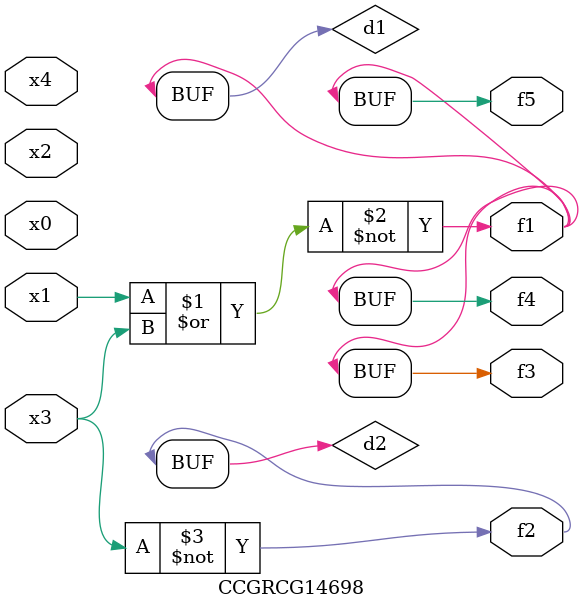
<source format=v>
module CCGRCG14698(
	input x0, x1, x2, x3, x4,
	output f1, f2, f3, f4, f5
);

	wire d1, d2;

	nor (d1, x1, x3);
	not (d2, x3);
	assign f1 = d1;
	assign f2 = d2;
	assign f3 = d1;
	assign f4 = d1;
	assign f5 = d1;
endmodule

</source>
